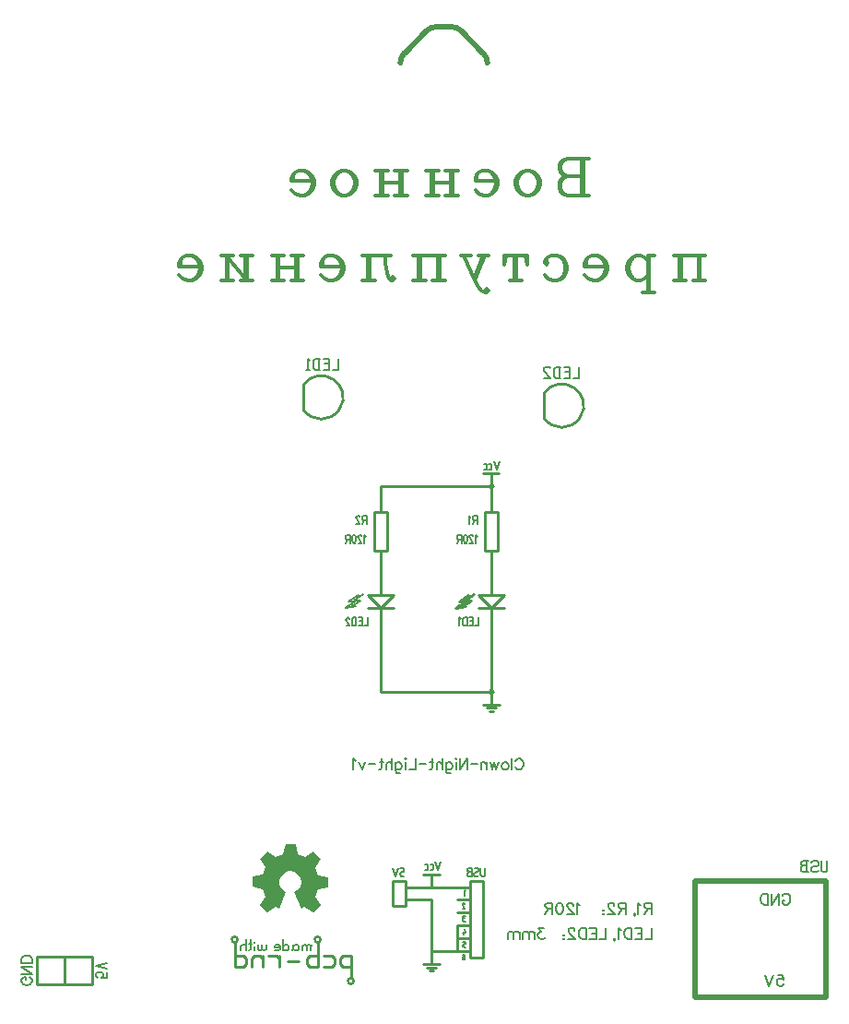
<source format=gbo>
G04 start of page 2 for group 12 layer_idx 5 *
G04 Title: (unknown), bottom_silk *
G04 Creator: pcb-rnd 3.1.4-dev *
G04 CreationDate: 2024-02-11 09:55:08 UTC *
G04 For: STEM4ukraine *
G04 Format: Gerber/RS-274X *
G04 PCB-Dimensions: 334646 393701 *
G04 PCB-Coordinate-Origin: lower left *
%MOIN*%
%FSLAX25Y25*%
%LNBOTTOM_SILK_NONE_12*%
%ADD50C,0.0070*%
%ADD49C,0.0137*%
%ADD48C,0.0200*%
%ADD47C,0.0080*%
%ADD46C,0.0100*%
%ADD45C,0.0001*%
G54D45*G36*
X113305Y57024D02*X114187Y57533D01*
X114908Y58254D01*
X115417Y59136D01*
X115681Y60120D01*
Y61139D01*
X115417Y62124D01*
X114908Y63006D01*
X114187Y63727D01*
X113305Y64236D01*
X112321Y64500D01*
X111302D01*
X110317Y64236D01*
X109435Y63727D01*
X108714Y63006D01*
X108205Y62124D01*
X107941Y61139D01*
Y60120D01*
X108205Y59136D01*
X108714Y58254D01*
X109435Y57533D01*
X110317Y57024D01*
X107882Y51145D01*
X106477Y51752D01*
X103418Y49691D01*
X100728Y52429D01*
X102842Y55451D01*
X101762Y58124D01*
X98141Y58830D01*
X98175Y62668D01*
X101807Y63310D01*
X102933Y65964D01*
X100873Y69023D01*
X103610Y71713D01*
X106633Y69599D01*
X109305Y70679D01*
X110011Y74300D01*
X113849Y74266D01*
X114492Y70634D01*
X117145Y69507D01*
X120204Y71568D01*
X122894Y68831D01*
X120780Y65808D01*
X121860Y63135D01*
X125481Y62430D01*
X125447Y58592D01*
X121815Y57949D01*
X120689Y55296D01*
X122750Y52237D01*
X120012Y49547D01*
X116989Y51661D01*
X115740Y51145D01*
X113305Y57024D01*
G37*
G54D46*X176710Y61151D02*X181360D01*
G54D47*X174680Y57701D02*X175100Y57281D01*
X174680Y57701D02*Y55721D01*
X174530Y53051D02*X174350Y53021D01*
X174200Y52931D01*
G54D46*X172090Y54161D02*X176710D01*
G54D47*X174980Y52751D02*X174920Y52871D01*
X174800Y52961D01*
X174680Y53021D02*X174530Y53051D01*
X174200Y52931D02*X174110Y52781D01*
X174800Y52961D02*X174680Y53021D01*
X174110Y52781D02*X174080Y52601D01*
X174140Y52361D01*
X174110Y51071D02*X174950D01*
X174140Y52361D02*X174950Y51071D01*
X174590Y48401D02*X175100D01*
X174620Y47531D02*X174470Y47501D01*
X174320Y47381D01*
X174230Y47261D01*
X174590Y47531D02*X174890D01*
X174200Y47081D02*Y46901D01*
X174230Y46721D01*
Y47261D02*X174200Y47081D01*
X174230Y46721D02*X174350Y46571D01*
X174200Y48011D02*X174230Y47831D01*
X174350Y47681D01*
X174500Y47561D01*
X174710Y47531D01*
X174350Y46571D02*X174500Y46481D01*
X174590Y48401D02*X174440Y48371D01*
X174680Y46451D02*X175100D01*
X174500Y46481D02*X174680Y46451D01*
X175100Y42221D02*X174680Y43781D01*
X174350Y42671D02*Y41801D01*
X175100Y39131D02*Y38231D01*
X174680D02*X175100D01*
X174680D02*X174500Y38201D01*
X174350Y38111D01*
Y37271D02*X174500Y37181D01*
X174680Y37151D01*
G54D46*X176710Y61151D02*Y33281D01*
G54D47*X174680Y37151D02*X175100D01*
X174470Y33581D02*X174980D01*
Y33731D02*X174920Y34001D01*
X174800Y34241D01*
X174590Y34391D01*
X174320Y34481D01*
X174470Y33581D02*X174320Y33551D01*
X174200Y33461D01*
Y37781D02*Y37601D01*
X174230Y37961D02*X174200Y37781D01*
Y37601D02*X174230Y37421D01*
X174350Y37271D01*
Y38111D02*X174230Y37961D01*
X174440Y48371D02*X174320Y48311D01*
X174230Y48161D01*
X174200Y48011D01*
Y39131D02*X175100D01*
X174200Y33461D02*X174110Y33341D01*
X174020Y42221D02*X175100D01*
X174110Y33341D02*X174080Y33191D01*
G54D48*X258220Y19134D02*Y60866D01*
X305622Y19134D02*Y60866D01*
X258220D02*X305622D01*
Y19134D02*X258220D01*
G54D46*X181360Y61151D02*Y33281D01*
X172090Y49541D02*X176710D01*
X172090Y44891D02*X176710D01*
X172090Y40241D02*X176710D01*
X172090Y44891D02*Y35591D01*
X161050Y29801D02*X164530D01*
X162790Y54161D02*Y30941D01*
X162220Y28631D02*X163360D01*
X162790Y35591D02*X176710D01*
G54D47*X174080Y33191D02*Y32891D01*
X174860Y32621D02*X174950Y32741D01*
X174980Y32891D01*
X174320Y32531D02*X174470Y32501D01*
X174590D02*X174740Y32531D01*
X174860Y32621D01*
X174080Y32891D02*X174110Y32741D01*
X174200Y32621D01*
X174320Y32531D01*
G54D46*X176710Y33281D02*X181360D01*
G54D47*X174980Y33731D02*Y32891D01*
X174470Y32501D02*X174590D01*
G54D48*X164669Y369685D02*X169976D01*
X173512Y368221D02*X181606Y360126D01*
X161134Y368221D02*X153039Y360126D01*
G54D47*X165190Y64961D02*X164110Y67931D01*
X163390Y66581D02*Y65321D01*
X162400Y66941D02*X163030D01*
X163255Y66851D02*X163030Y66941D01*
Y64961D02*X163255Y65051D01*
X163390Y65321D01*
X160645Y66941D02*X161275D01*
X161635Y66581D02*X161545Y66851D01*
X161275Y66941D01*
X160645Y64961D02*X161275D01*
X161635Y66581D02*Y65321D01*
X161275Y64961D02*X161545Y65051D01*
X161635Y65321D01*
X165190Y64961D02*X166225Y67931D01*
X163390Y66581D02*X163255Y66851D01*
G54D46*X159880Y30941D02*X165700D01*
G54D47*X162400Y64961D02*X163030D01*
X152805Y65676D02*Y64326D01*
X181360Y62701D02*X181630D01*
X181090Y62791D02*X181360Y62701D01*
X181540D02*X181855Y62791D01*
G54D46*X189047Y164173D02*X184397Y159523D01*
X184010Y129821D02*X184190Y129941D01*
X184400Y129971D01*
X184640Y129941D01*
X184820Y129821D01*
X184397Y159523D02*Y129343D01*
X183830Y129401D02*X183890Y129641D01*
X184010Y129821D01*
X183890Y129191D02*X183830Y129401D01*
X184820Y129821D02*X184940Y129641D01*
X185000Y129401D01*
X184940Y129191D01*
X184400Y128831D02*X184190Y128861D01*
X184010Y128981D01*
X183890Y129191D01*
X184940D02*X184820Y128981D01*
X184640Y128861D01*
X184400Y128831D01*
X182701Y123576D02*X186181D01*
X184441Y128598D02*Y125118D01*
X183871Y122436D02*X185041D01*
X181561Y124746D02*X187351D01*
G54D47*X181855Y62791D02*X182080Y62926D01*
X182260Y63196D01*
X182305Y63466D01*
G54D46*X172787Y160693D02*X171647Y159523D01*
X173327Y160123D02*X171647Y159523D01*
X172787Y161863D02*X176267Y164173D01*
X171647Y159523D02*X175127Y161863D01*
X174707Y161053D02*X173537Y159883D01*
X175247Y160483D02*X173537Y159883D01*
X172787Y161863D02*X175127D01*
X173537Y159883D02*X177017Y162223D01*
X174707D02*X177017D01*
X174707D02*X178187Y164533D01*
X179747Y164173D02*X189047D01*
X184397Y159523D02*X179747Y164173D01*
G54D47*X177836Y156186D02*Y153216D01*
X176576Y156186D02*X177836D01*
X176576Y153216D02*X177836D01*
X176846Y154836D02*X177836D01*
G54D46*X179747Y159523D02*X189047D01*
G54D47*X179861Y156186D02*Y153216D01*
X178601D02*X179861D01*
X174776Y156186D02*X175811D01*
X174776D02*X174551Y156141D01*
X174371Y156006D01*
X174236Y155826D01*
X172796Y156186D02*X173426Y155556D01*
X174776Y153216D02*X175811D01*
X174551Y153261D02*X174776Y153216D01*
G54D46*X144489Y129373D02*X184465D01*
G54D47*X174191Y155601D02*Y153801D01*
X174236Y153576D01*
X174371Y153396D01*
X174551Y153261D01*
X174236Y155826D02*X174191Y155601D01*
X172796Y156186D02*Y153216D01*
X175811Y156186D02*Y153216D01*
G54D46*X181517Y208303D02*X187307D01*
X183890Y203941D02*X184010Y204121D01*
X184190Y204241D01*
X184400Y204271D02*X184640Y204241D01*
X184820Y204121D01*
X184940Y203941D01*
X144489Y203673D02*X184465D01*
X183830Y203701D02*X183890Y203941D01*
X184190Y204241D02*X184400Y204271D01*
X184010Y203281D02*X183890Y203491D01*
X183830Y203701D01*
X184397Y208303D02*Y194383D01*
X184400Y203131D02*X184190Y203161D01*
X184010Y203281D01*
X182087Y194383D02*X186737D01*
X184940Y203941D02*X185000Y203701D01*
X184940Y203491D01*
X184820Y203281D01*
X184640Y203161D01*
X184400Y203131D01*
G54D47*X186431Y209626D02*X187466Y212596D01*
G54D46*X203488Y237042D02*Y228360D01*
G54D47*X186431Y209626D02*X185396Y212596D01*
X183641Y209626D02*X184271D01*
X184541Y209716D01*
X181886Y209626D02*X182561D01*
X182786Y209716D01*
X183641Y211606D02*X184271D01*
X184541Y211516D02*X184271Y211606D01*
X182876Y211246D02*Y209986D01*
X181886Y211606D02*X182561D01*
X182876Y211246D02*X182786Y211516D01*
X182561Y211606D01*
X184631Y211246D02*Y209986D01*
Y211246D02*X184541Y211516D01*
Y209716D02*X184631Y209986D01*
X182786Y209716D02*X182876Y209986D01*
X179341Y193018D02*Y190048D01*
X178396Y191398D02*X179341D01*
X178396Y193018D02*X179341D01*
X178711Y186043D02*X179341Y185413D01*
X177946Y185548D02*X177856Y185773D01*
X177676Y185908D01*
X177496Y185998D01*
X177271Y186043D01*
X177001Y185998D01*
G54D46*X182087Y194383D02*Y180433D01*
G54D47*X178711Y186043D02*Y183073D01*
X176641D02*X177946D01*
X176686Y184963D02*X177946Y183073D01*
X177001Y185998D02*X176776Y185818D01*
X176641Y185593D01*
X176596Y185323D01*
X176686Y184963D01*
X174841Y185863D02*X174976Y185998D01*
X174841Y185863D02*X174526Y185278D01*
X172771Y184423D02*X173671D01*
X172771Y186043D02*X173671D01*
X175426Y185863D02*X175336Y185998D01*
X174526Y185278D02*X174436Y184603D01*
X173671Y186043D02*Y183073D01*
X172051Y185323D02*Y185098D01*
X172096Y185593D02*X172051Y185323D01*
Y185098D02*X172096Y184828D01*
X172276Y184603D01*
X172681Y184423D02*X172051Y183073D01*
X172276Y184603D02*X172501Y184468D01*
X172771Y184423D01*
Y186043D02*X172501Y185998D01*
X172276Y185818D01*
X172096Y185593D01*
X174436Y184603D02*Y184513D01*
X175831Y184603D02*Y184513D01*
X175741Y183838D02*X175831Y184513D01*
X174436D02*X174526Y183838D01*
X175831Y184603D02*X175741Y185278D01*
X175426Y185863D01*
X175336Y185998D02*X175156Y186043D01*
X174976Y185998D01*
X174841Y183253D02*X174976Y183118D01*
X175336D02*X175426Y183253D01*
X175741Y183838D01*
X174526D02*X174841Y183253D01*
X174976Y183118D02*X175156Y183073D01*
X175336Y183118D01*
G54D46*X186737Y194383D02*Y180433D01*
X182087D02*X186737D01*
X184397D02*Y164173D01*
G54D47*X177721Y192298D02*Y192073D01*
X177766Y192568D02*X177721Y192298D01*
Y192073D02*X177766Y191803D01*
X177901Y191578D01*
X178351Y191398D02*X177721Y190048D01*
X177901Y191578D02*X178126Y191443D01*
X178396Y191398D01*
Y193018D02*X178126Y192928D01*
X177901Y192793D01*
X177766Y192568D01*
X176326Y193018D02*X176956Y192343D01*
X176326Y193018D02*Y190048D01*
X180640Y65671D02*Y63466D01*
X178660Y65626D02*X178345Y65491D01*
X176545Y65671D02*X177445D01*
X176545D02*X176320Y65626D01*
X176095Y65491D01*
X179020Y65671D02*X178660Y65626D01*
X177445Y65671D02*Y62701D01*
X176635Y64321D02*X177445D01*
X176095Y65491D02*X175960Y65266D01*
X175915Y65041D01*
X179020Y65671D02*X179245D01*
X178525Y63916D02*X178300Y63646D01*
X178165Y63286D01*
X182305Y65671D02*Y63466D01*
X176500Y62701D02*X177445D01*
X176230Y62791D02*X176500Y62701D01*
X175825Y63601D02*Y63376D01*
X175870Y63826D02*X175825Y63511D01*
Y63421D02*X175870Y63151D01*
X176005Y62926D01*
X176230Y62791D01*
X176635Y64321D02*X176320Y64276D01*
X176365Y64411D02*X176635Y64321D01*
X176320Y64276D02*X176050Y64096D01*
X175870Y63826D01*
X175915Y65041D02*X175960Y64771D01*
X176140Y64546D01*
X176365Y64411D01*
X179425Y64366D02*X178525Y63916D01*
X178165Y63286D02*Y63196D01*
X178210Y63016D01*
X178660Y62701D02*X179020D01*
X178210Y63016D02*X178300Y62836D01*
X178480Y62746D01*
X178660Y62701D01*
X179020D02*X179470Y62791D01*
X179830Y63016D01*
X179425Y64366D02*X179740Y64636D01*
X179875Y65041D01*
X179830Y65266D01*
X179695Y65491D01*
X179470Y65626D01*
X179245Y65671D01*
X180640Y63466D02*X180685Y63196D01*
X180865Y62926D01*
X181090Y62791D01*
G54D46*X159880Y63461D02*X165700D01*
X153490Y58811D02*X176710D01*
X162790Y63461D02*Y58811D01*
G54D47*X151500Y65676D02*X152805D01*
X151905Y64281D02*X151680Y64146D01*
X151545Y63921D01*
X152175Y64326D02*X152805D01*
X151500Y63651D02*Y63426D01*
X152175Y64326D02*X151905Y64281D01*
X151545Y63921D02*X151500Y63651D01*
X149700Y62706D02*X150735Y65676D01*
X149700Y62706D02*X148665Y65676D01*
G54D46*X142209Y194383D02*X146859D01*
X144519Y203653D02*Y194383D01*
Y159523D02*Y129343D01*
Y180433D02*Y164173D01*
G54D47*X138441Y193018D02*X139341D01*
X137721Y192298D02*Y192073D01*
X138441Y193018D02*X138126Y192928D01*
X137946Y192793D02*X137766Y192568D01*
X137721Y192298D01*
X138126Y192928D02*X137946Y192793D01*
X137721Y192073D02*X137766Y191803D01*
X137946Y191578D01*
X139341Y193018D02*Y190048D01*
X138441Y191398D02*X139341D01*
X138351D02*X137721Y190048D01*
X137946Y191578D02*X138126Y191443D01*
X138441Y191398D01*
X135651Y190048D02*X136956D01*
X135696Y191938D02*X136956Y190048D01*
Y192523D02*X136866Y192703D01*
X136326Y193018D02*X136056Y192928D01*
X135831Y192793D01*
X135651Y192568D01*
X135606Y192298D01*
X136866Y192703D02*X136731Y192883D01*
X136506Y192973D01*
X136326Y193018D01*
X135606Y192298D02*X135696Y191938D01*
G54D46*X116488Y240042D02*Y231360D01*
G54D47*X137633Y185528D02*X137543Y185753D01*
X137408Y185888D01*
X137228Y185978D01*
X137003Y186023D01*
X136733Y185978D01*
X136508Y185798D01*
G54D46*X142209Y194383D02*Y180433D01*
G54D47*X138398Y186023D02*X139028Y185393D01*
X136373Y183053D02*X137633D01*
X136373Y184943D02*X137633Y183053D01*
X136508Y185798D02*X136373Y185573D01*
X136283Y185303D01*
X136418Y184943D01*
X134573Y185843D02*X134663Y185978D01*
X134573Y185843D02*X134258Y185258D01*
X132458Y184403D02*X133403D01*
X132458Y186023D02*X133403D01*
X135113Y185843D02*X135023Y185978D01*
X134258Y185258D02*X134168Y184583D01*
X133403Y186023D02*Y183053D01*
X131783Y185303D02*Y185078D01*
X131828Y185573D02*X131783Y185303D01*
Y185078D02*X131828Y184808D01*
X131963Y184583D01*
X132413Y184403D02*X131783Y183053D01*
X131963Y184583D02*X132188Y184448D01*
X132458Y184403D01*
Y186023D02*X132188Y185978D01*
X131963Y185798D01*
X131828Y185573D01*
X134168Y184583D02*Y184493D01*
X135563Y184583D02*Y184493D01*
X135428Y183818D02*X135563Y184493D01*
X134168D02*X134258Y183818D01*
X135563Y184583D02*X135428Y185258D01*
X135113Y185843D01*
X135023Y185978D02*X134843Y186023D01*
X134663Y185978D01*
X134573Y183233D02*X134663Y183098D01*
X135023D02*X135113Y183233D01*
X135428Y183818D01*
X134258D02*X134573Y183233D01*
X134663Y183098D02*X134843Y183053D01*
X135023Y183098D01*
G54D46*X146859Y194383D02*Y180433D01*
X142209D02*X146859D01*
G54D47*X138398Y186023D02*Y183053D01*
X135339Y160483D02*X133659Y159883D01*
X134799Y162223D02*X137139D01*
X134799Y161053D02*X133659Y159883D01*
X137139Y162223D01*
G54D46*X149169Y164173D02*X144519Y159523D01*
X139869Y164173D02*X149169D01*
X139869Y159523D02*X149169D01*
X144519D02*X139869Y164173D01*
G54D47*X131739Y159523D02*X135219Y161863D01*
X132909D02*X135219D01*
X132909Y160693D02*X131739Y159523D01*
X133419Y160123D02*X131739Y159523D01*
X132909Y161863D02*X136389Y164173D01*
X134799Y162223D02*X138279Y164533D01*
X137725Y156196D02*Y153226D01*
X136420Y156196D02*X137725D01*
X136735Y154846D02*X137725D01*
X134620Y156196D02*X135655D01*
X134620Y153226D02*X135655D01*
Y156196D02*Y153226D01*
X134620Y156196D02*X134395Y156151D01*
X139750Y156196D02*Y153226D01*
X138445D02*X139750D01*
X136420D02*X137725D01*
X134395Y156151D02*X134215Y156016D01*
X134080Y155836D01*
X134035Y155611D01*
Y153811D01*
X134080Y153586D01*
X134215Y153406D01*
X132055Y155116D02*X133270Y153226D01*
Y155701D02*X133180Y155926D01*
X133045Y156061D01*
X132865Y156151D01*
X132370D02*X132145Y155971D01*
X131920Y155476D02*X132055Y155116D01*
X134215Y153406D02*X134395Y153271D01*
X134620Y153226D01*
X132010D02*X133270D01*
X132865Y156151D02*X132640Y156196D01*
X132370Y156151D01*
X132145Y155971D02*X132010Y155746D01*
X131920Y155476D01*
G54D46*X148870Y61151D02*X153490D01*
G54D47*X151500Y63426D02*X151545Y63156D01*
X151680Y62931D01*
X151905Y62796D01*
X152175Y62706D01*
G54D46*X153490Y61151D02*Y51851D01*
X148870Y61151D02*Y51851D01*
G54D47*X152175Y62706D02*X152805D01*
G54D46*X95681Y30843D02*X94681Y29843D01*
X95681Y32843D02*X94681Y33843D01*
X91681D02*X94681D01*
X91681Y29843D02*Y38843D01*
X94681Y29843D02*X91681D01*
X95681Y32843D02*Y30843D01*
X148870Y51851D02*X153490D01*
Y54161D02*X162790D01*
X40000Y23701D02*X20000D01*
Y33701D02*Y23701D01*
Y33701D02*X40000D01*
X30000Y23701D02*Y33701D01*
X40000D02*X30000D01*
X97681Y32843D02*X98681Y33843D01*
X40000Y23701D02*Y33701D01*
X97681Y32843D02*Y29843D01*
X106681Y33843D02*X103681D01*
X107681Y32843D02*X106681Y33843D01*
X107681D02*Y29843D01*
X117681Y30843D02*X118681Y29843D01*
Y33843D02*X117681Y32843D01*
Y30843D02*Y32843D01*
X114681Y31843D02*X110681D01*
X130681Y33843D02*X129681Y32843D01*
X127681D02*X126681Y33843D01*
X127681Y32843D02*Y30843D01*
X130681Y29843D02*X129681Y30843D01*
X127681D02*X126681Y29843D01*
X129681Y32843D02*Y30843D01*
X130681Y29843D02*X133681D01*
Y33843D02*X130681D01*
X133681D02*Y25843D01*
X118681Y33843D02*X121681D01*
X126681D02*X123681D01*
X121681Y29843D02*X118681D01*
X126681D02*X123681D01*
X121681Y38843D02*Y29843D01*
X100681Y33843D02*X98681D01*
X101681Y32843D02*X100681Y33843D01*
X101681D02*Y29843D01*
G54D48*X164669Y369685D02*G75*G03X161134Y368221I0J-5000D01*G01*
X169976Y369685D02*G75*G02X173512Y368221I0J-5000D01*G01*
X153039Y360126D02*G75*G03X151575Y356590I3536J-3536D01*G01*
X181606Y360126D02*G75*G02X183071Y356590I-3536J-3536D01*G01*
G54D46*X92681Y39843D02*G75*G02X90681Y39843I-1000J0D01*G01*
G75*G02X92681Y39843I1000J0D01*G01*
X122681D02*G75*G02X120681Y39843I-1000J0D01*G01*
G75*G02X122681Y39843I1000J0D01*G01*
X134681Y24843D02*G75*G02X132681Y24843I-1000J0D01*G01*
G75*G02X134681Y24843I1000J0D01*G01*
X116488Y240042D02*G75*G02X129512Y231360I6512J-4341D01*G01*
X129512Y231360D02*G75*G02X116488Y231360I-6512J4341D01*G01*
X203488Y237042D02*G75*G02X216512Y228360I6512J-4341D01*G01*
X216512Y228360D02*G75*G02X203488Y228360I-6512J4341D01*G01*
G54D49*X217853Y322056D02*Y308780D01*
X217221Y322056D02*Y308780D01*
X219752Y322056D02*X212166D01*
X210271Y321424D01*
X209635Y320792D01*
X209004Y319528D01*
Y318261D01*
X209635Y316997D01*
X210271Y316365D01*
X212166Y315734D01*
Y322056D02*X210903Y321424D01*
X210271Y320792D01*
X209635Y319528D01*
Y318261D01*
X210271Y316997D01*
X210903Y316365D01*
X212166Y315734D01*
X217221D02*X212166D01*
X210271Y315102D01*
X209635Y314470D01*
X209004Y313206D01*
Y311311D01*
X209635Y310044D01*
X210271Y309412D01*
X212166Y308780D01*
X219752D01*
X212166Y315734D02*X210903Y315102D01*
X210271Y314470D01*
X209635Y313206D01*
Y311311D01*
X210271Y310044D01*
X210903Y309412D01*
X212166Y308780D01*
X198255Y317629D02*X200151Y316997D01*
X201414Y315734D01*
X202050Y313838D01*
Y312575D01*
X201414Y310679D01*
X200151Y309412D01*
X198255Y308780D01*
X196992D01*
X195096Y309412D01*
X193833Y310679D01*
X193197Y312575D01*
Y313838D01*
X193833Y315734D01*
X195096Y316997D01*
X196992Y317629D01*
X198255D01*
X199519Y316997D01*
X200782Y315734D01*
X201414Y313838D01*
Y312575D01*
X200782Y310679D01*
X199519Y309412D01*
X198255Y308780D01*
X196992D02*X195728Y309412D01*
X194464Y310679D01*
X193833Y312575D01*
Y313838D01*
X194464Y315734D01*
X195728Y316997D01*
X196992Y317629D01*
X186239Y313838D02*X178658D01*
Y315102D01*
X179289Y316365D01*
X179921Y316997D01*
X181185Y317629D01*
X183080D01*
X184976Y316997D01*
X186239Y315734D01*
X186875Y313838D01*
Y312575D01*
X186239Y310679D01*
X184976Y309412D01*
X183080Y308780D01*
X181817D01*
X179921Y309412D01*
X178658Y310679D01*
X179289Y313838D02*Y315734D01*
X179921Y316997D01*
X183080Y317629D02*X184344Y316997D01*
X185607Y315734D01*
X186239Y313838D01*
Y312575D01*
X185607Y310679D01*
X184344Y309412D01*
X183080Y308780D01*
X170436Y317629D02*Y308780D01*
X169805Y317629D02*Y308780D01*
X163487Y317629D02*Y308780D01*
X162855Y317629D02*Y308780D01*
X172336Y317629D02*X167909D01*
X165382D02*X160956D01*
X169805Y313206D02*X163487D01*
X172336Y308780D02*X167909D01*
X165382D02*X160956D01*
X152103Y317629D02*Y308780D01*
X151471Y317629D02*Y308780D01*
X145153Y317629D02*Y308780D01*
X144521Y317629D02*Y308780D01*
X154002Y317629D02*X149575D01*
X147048D02*X142622D01*
X151471Y313206D02*X145153D01*
X154002Y308780D02*X149575D01*
X147048D02*X142622D01*
X131873Y317629D02*X133769Y316997D01*
X135032Y315734D01*
X135668Y313838D01*
Y312575D01*
X135032Y310679D01*
X133769Y309412D01*
X131873Y308780D01*
X130610D01*
X128714Y309412D01*
X127451Y310679D01*
X126815Y312575D01*
Y313838D01*
X127451Y315734D01*
X128714Y316997D01*
X130610Y317629D01*
X131873D01*
X133137Y316997D01*
X134400Y315734D01*
X135032Y313838D01*
Y312575D01*
X134400Y310679D01*
X133137Y309412D01*
X131873Y308780D01*
X130610D02*X129346Y309412D01*
X128082Y310679D01*
X127451Y312575D01*
Y313838D01*
X128082Y315734D01*
X129346Y316997D01*
X130610Y317629D01*
X119857Y313838D02*X112276D01*
Y315102D01*
X112907Y316365D01*
X113539Y316997D01*
X114803Y317629D01*
X116698D01*
X118594Y316997D01*
X119857Y315734D01*
X120493Y313838D01*
Y312575D01*
X119857Y310679D01*
X118594Y309412D01*
X116698Y308780D01*
X115435D01*
X113539Y309412D01*
X112276Y310679D01*
X112907Y313838D02*Y315734D01*
X113539Y316997D01*
X116698Y317629D02*X117962Y316997D01*
X119225Y315734D01*
X119857Y313838D01*
Y312575D01*
X119225Y310679D01*
X117962Y309412D01*
X116698Y308780D01*
X259979Y286920D02*Y278071D01*
X259347Y286920D02*Y278071D01*
X253029Y286920D02*Y278071D01*
X252397Y286920D02*Y278071D01*
X261878Y286920D02*X250498D01*
X261878Y278071D02*X257451D01*
X254924D02*X250498D01*
X241645Y286920D02*Y273645D01*
X241013Y286920D02*Y273645D01*
Y285025D02*X239749Y286289D01*
X238486Y286920D01*
X237222D01*
X235327Y286289D01*
X234063Y285025D01*
X233427Y283130D01*
Y281866D01*
X234063Y279971D01*
X235327Y278703D01*
X237222Y278071D01*
X238486D01*
X239749Y278703D01*
X241013Y279971D01*
X237222Y286920D02*X235959Y286289D01*
X234695Y285025D01*
X234063Y283130D01*
Y281866D01*
X234695Y279971D01*
X235959Y278703D01*
X237222Y278071D01*
X243544Y286920D02*X241013D01*
X243544Y273645D02*X239118D01*
X225838Y283130D02*X218256D01*
Y284393D01*
X218888Y285657D01*
X219520Y286289D01*
X220784Y286920D01*
X222679D01*
X224574Y286289D01*
X225838Y285025D01*
X226474Y283130D01*
Y281866D01*
X225838Y279971D01*
X224574Y278703D01*
X222679Y278071D01*
X221415D01*
X219520Y278703D01*
X218256Y279971D01*
X218888Y283130D02*Y285025D01*
X219520Y286289D01*
X222679Y286920D02*X223943Y286289D01*
X225206Y285025D01*
X225838Y283130D01*
Y281866D01*
X225206Y279971D01*
X223943Y278703D01*
X222679Y278071D01*
X204349Y285025D02*X204981Y284393D01*
X204349Y283761D01*
X203717Y284393D01*
Y285025D01*
X204981Y286289D01*
X206244Y286920D01*
X208140D01*
X210035Y286289D01*
X211299Y285025D01*
X211935Y283130D01*
Y281866D01*
X211299Y279971D01*
X210035Y278703D01*
X208140Y278071D01*
X206876D01*
X204981Y278703D01*
X203717Y279971D01*
X208140Y286920D02*X209403Y286289D01*
X210667Y285025D01*
X211299Y283130D01*
Y281866D01*
X210667Y279971D01*
X209403Y278703D01*
X208140Y278071D01*
X193604Y286920D02*Y278071D01*
X192973Y286920D02*Y278071D01*
X196763Y286920D02*X197395Y283761D01*
Y286920D01*
X189178D01*
Y283761D01*
X189814Y286920D01*
X195500Y278071D02*X191077D01*
X182220Y286920D02*X178430Y278071D01*
X181589Y286920D02*X178430Y279335D01*
X174639Y286920D02*X178430Y278071D01*
X179693Y275540D01*
X180957Y274277D01*
X182220Y273645D01*
X182856D01*
X183488Y274277D01*
X182856Y274908D01*
X182220Y274277D01*
X183488Y286920D02*X179693D01*
X177166D02*X173371D01*
X165782D02*Y278071D01*
X165150Y286920D02*Y278071D01*
X158832Y286920D02*Y278071D01*
X158200Y286920D02*Y278071D01*
X167681Y286920D02*X156301D01*
X167681Y278071D02*X163255D01*
X160727D02*X156301D01*
X146184Y286920D02*Y284393D01*
X146816Y280602D01*
X147448Y278703D01*
X148084Y278071D01*
X148715D01*
X149347Y278703D01*
X148715Y279335D01*
X148084Y278703D01*
X140498Y286920D02*Y278071D01*
X139866Y286920D02*Y278071D01*
X148084Y286920D02*X137967D01*
X142394Y278071D02*X137967D01*
X130378Y283130D02*X122796D01*
Y284393D01*
X123428Y285657D01*
X124060Y286289D01*
X125323Y286920D01*
X127219D01*
X129114Y286289D01*
X130378Y285025D01*
X131013Y283130D01*
Y281866D01*
X130378Y279971D01*
X129114Y278703D01*
X127219Y278071D01*
X125955D01*
X124060Y278703D01*
X122796Y279971D01*
X123428Y283130D02*Y285025D01*
X124060Y286289D01*
X127219Y286920D02*X128482Y286289D01*
X129746Y285025D01*
X130378Y283130D01*
Y281866D01*
X129746Y279971D01*
X128482Y278703D01*
X127219Y278071D01*
X114575Y286920D02*Y278071D01*
X113943Y286920D02*Y278071D01*
X107625Y286920D02*Y278071D01*
X106993Y286920D02*Y278071D01*
X116474Y286920D02*X112048D01*
X109520D02*X105094D01*
X113943Y282498D02*X107625D01*
X116474Y278071D02*X112048D01*
X109520D02*X105094D01*
X96241Y286920D02*Y278071D01*
X95609Y286920D02*Y278071D01*
X89291Y286920D02*Y278071D01*
X88659Y286920D02*Y278071D01*
X98140Y286920D02*X93714D01*
X91186D02*X86760D01*
X98140Y278071D02*X93714D01*
X91186D02*X86760D01*
X89291Y286289D02*X95609Y278703D01*
X79171Y283130D02*X71589D01*
Y284393D01*
X72221Y285657D01*
X72853Y286289D01*
X74116Y286920D01*
X76012D01*
X77907Y286289D01*
X79171Y285025D01*
X79806Y283130D01*
Y281866D01*
X79171Y279971D01*
X77907Y278703D01*
X76012Y278071D01*
X74748D01*
X72853Y278703D01*
X71589Y279971D01*
X72221Y283130D02*Y285025D01*
X72853Y286289D01*
X76012Y286920D02*X77275Y286289D01*
X78539Y285025D01*
X79171Y283130D01*
Y281866D01*
X78539Y279971D01*
X77275Y278703D01*
X76012Y278071D01*
G54D50*X119181Y37343D02*Y35843D01*
Y37343D02*X118681Y37843D01*
X118181D01*
X117681Y37343D01*
Y35843D01*
Y37343D02*X117181Y37843D01*
X116681D01*
X116181Y37343D01*
Y35843D01*
X119681Y37843D02*X119181Y37343D01*
X113481Y37843D02*X112981Y37343D01*
X114481Y37843D02*X113481D01*
X114981Y37343D02*X114481Y37843D01*
X114981Y37343D02*Y36343D01*
X114481Y35843D01*
X112981Y37843D02*Y36343D01*
X112481Y35843D01*
X114481D02*X113481D01*
X112981Y36343D01*
X109281Y39843D02*Y35843D01*
X109781D02*X109281Y36343D01*
X110781Y35843D02*X109781D01*
X111281Y36343D02*X110781Y35843D01*
X111281Y37343D02*Y36343D01*
Y37343D02*X110781Y37843D01*
X109781D01*
X109281Y37343D01*
X107581Y35843D02*X106081D01*
X108081Y36343D02*X107581Y35843D01*
X108081Y37343D02*Y36343D01*
Y37343D02*X107581Y37843D01*
X106581D01*
X106081Y37343D01*
X108081Y36843D02*X106081D01*
Y37343D01*
X103081Y37843D02*Y36343D01*
X102581Y35843D01*
X102081D01*
X101581Y36343D01*
Y37843D02*Y36343D01*
X101081Y35843D01*
X100581D01*
X100081Y36343D01*
Y37843D02*Y36343D01*
X98881Y38843D02*Y38743D01*
Y37343D02*Y35843D01*
X97381Y39843D02*Y36343D01*
X96881Y35843D01*
X97881Y38343D02*X96881D01*
X95881Y39843D02*Y35843D01*
Y37343D02*X95381Y37843D01*
X94381D01*
X93881Y37343D01*
Y35843D01*
X216000Y246701D02*Y242701D01*
X214000D01*
X212800Y244901D02*X211300D01*
X212800Y242701D02*X210800D01*
X212800Y246701D02*Y242701D01*
Y246701D02*X210800D01*
X209100D02*Y242701D01*
X207800Y246701D02*X207100Y246001D01*
Y243401D01*
X207800Y242701D02*X207100Y243401D01*
X209600Y242701D02*X207800D01*
X209600Y246701D02*X207800D01*
X205900Y246201D02*X205400Y246701D01*
X203900D01*
X203400Y246201D01*
Y245201D01*
X205900Y242701D02*X203400Y245201D01*
X205900Y242701D02*X203400D01*
X129000Y249701D02*Y245701D01*
X127000D01*
X125800Y247901D02*X124300D01*
X125800Y245701D02*X123800D01*
X125800Y249701D02*Y245701D01*
Y249701D02*X123800D01*
X122100D02*Y245701D01*
X120800Y249701D02*X120100Y249001D01*
Y246401D01*
X120800Y245701D02*X120100Y246401D01*
X122600Y245701D02*X120800D01*
X122600Y249701D02*X120800D01*
X118900Y248901D02*X118100Y249701D01*
Y245701D01*
X118900D02*X117400D01*
X17536Y26282D02*X17916Y26091D01*
X18297Y25711D01*
X18488Y25330D01*
Y24568D01*
X18297Y24187D01*
X17916Y23806D01*
X17536Y23616D01*
X16964Y23425D01*
X16011D01*
X15440Y23616D01*
X15059Y23806D01*
X14679Y24187D01*
X14488Y24568D01*
Y25330D01*
X14679Y25711D01*
X15059Y26091D01*
X15440Y26282D01*
X16011D01*
Y25330D02*Y26282D01*
X18488Y27482D02*X14488D01*
X18488D02*X14488Y30148D01*
X18488D02*X14488D01*
X18488Y31348D02*X14488D01*
X18488D02*Y32682D01*
X18297Y33253D01*
X17916Y33634D01*
X17536Y33824D01*
X16964Y34014D01*
X16011D01*
X15440Y33824D01*
X15059Y33634D01*
X14679Y33253D01*
X14488Y32682D01*
Y31348D01*
X193143Y104249D02*X193334Y104629D01*
X193715Y105010D01*
X194095Y105201D01*
X194858D01*
X195238Y105010D01*
X195620Y104629D01*
X195810Y104249D01*
X196000Y103677D01*
Y102724D01*
X195810Y102153D01*
X195620Y101772D01*
X195238Y101392D01*
X194858Y101201D01*
X194095D01*
X193715Y101392D01*
X193334Y101772D01*
X193143Y102153D01*
X191943Y105201D02*Y101201D01*
X189791Y103868D02*X190173Y103679D01*
X190554Y103298D01*
X190743Y102727D01*
Y102345D01*
X190554Y101774D01*
X190173Y101393D01*
X189791Y101202D01*
X189220D01*
X188839Y101393D01*
X188459Y101774D01*
X188268Y102345D01*
Y102727D01*
X188459Y103298D01*
X188839Y103679D01*
X189220Y103868D01*
X189791D01*
X187068D02*X186307Y101202D01*
X185545Y103868D02*X186307Y101202D01*
X185545Y103868D02*X184782Y101202D01*
X184021Y103868D02*X184782Y101202D01*
X182821Y103868D02*Y101202D01*
Y103107D02*X182249Y103679D01*
X181869Y103868D01*
X181297D01*
X180917Y103679D01*
X180726Y103107D01*
Y101202D01*
X179526Y103201D02*X177026D01*
X175826Y105201D02*Y101201D01*
Y105201D02*X173160Y101201D01*
Y105201D02*Y101201D01*
X171770Y103877D02*Y101211D01*
X171960Y105211D02*X171770Y105020D01*
X171579Y105211D01*
X171770Y105401D01*
X171960Y105211D01*
X168093Y103868D02*Y100822D01*
X168284Y100250D01*
X168475Y100059D01*
X168855Y99870D01*
X169427D01*
X169807Y100059D01*
X168093Y103298D02*X168475Y103679D01*
X168855Y103868D01*
X169427D01*
X169807Y103679D01*
X170189Y103298D01*
X170379Y102727D01*
Y102345D01*
X170189Y101774D01*
X169807Y101393D01*
X169427Y101202D01*
X168855D01*
X168475Y101393D01*
X168093Y101774D01*
X166893Y105201D02*Y101201D01*
Y103106D02*X166323Y103678D01*
X165941Y103868D01*
X165370D01*
X164989Y103678D01*
X164798Y103106D01*
Y101201D01*
X163026Y105201D02*Y101963D01*
X162837Y101392D01*
X162455Y101201D01*
X162074D01*
X163598Y103868D02*X162265D01*
X160874Y103201D02*X158374D01*
X157174Y105201D02*Y101201D01*
X154889D01*
X153499Y103877D02*Y101211D01*
X153689Y105211D02*X153499Y105020D01*
X153308Y105211D01*
X153499Y105401D01*
X153689Y105211D01*
X149822Y103868D02*Y100822D01*
X150013Y100250D01*
X150204Y100059D01*
X150584Y99870D01*
X151156D01*
X151536Y100059D01*
X149822Y103298D02*X150204Y103679D01*
X150584Y103868D01*
X151156D01*
X151536Y103679D01*
X151918Y103298D01*
X152108Y102727D01*
Y102345D01*
X151918Y101774D01*
X151536Y101393D01*
X151156Y101202D01*
X150584D01*
X150204Y101393D01*
X149822Y101774D01*
X148622Y105201D02*Y101201D01*
Y103106D02*X148052Y103678D01*
X147670Y103868D01*
X147099D01*
X146718Y103678D01*
X146527Y103106D01*
Y101201D01*
X144755Y105201D02*Y101963D01*
X144566Y101392D01*
X144184Y101201D01*
X143803D01*
X145327Y103868D02*X143994D01*
X142603Y103201D02*X140103D01*
X138903Y103868D02*X137761Y101202D01*
X136619Y103868D02*X137761Y101202D01*
X135419Y104440D02*X135039Y104630D01*
X134467Y105201D01*
Y101201D01*
X242406Y44035D02*Y40035D01*
X240121D01*
X238921Y44035D02*Y40035D01*
Y44035D02*X236445D01*
X238921Y42130D02*X237398D01*
X238921Y40035D02*X236445D01*
X235245Y44035D02*Y40035D01*
Y44035D02*X233911D01*
X233340Y43844D01*
X232959Y43463D01*
X232769Y43083D01*
X232579Y42511D01*
Y41558D01*
X232769Y40987D01*
X232959Y40606D01*
X233340Y40226D01*
X233911Y40035D01*
X235245D01*
X231378Y43274D02*X230998Y43464D01*
X230426Y44035D01*
Y40035D01*
X228845Y40144D02*X229035Y39955D01*
X229226Y40144D01*
X229035Y40335D01*
X228845Y40144D01*
Y39764D01*
X229226Y39383D01*
X225845Y44035D02*Y40035D01*
X223560D01*
X222360Y44035D02*Y40035D01*
Y44035D02*X219884D01*
X222360Y42130D02*X220837D01*
X222360Y40035D02*X219884D01*
X218684Y44035D02*Y40035D01*
Y44035D02*X217350D01*
X216779Y43844D01*
X216398Y43463D01*
X216208Y43083D01*
X216018Y42511D01*
Y41558D01*
X216208Y40987D01*
X216398Y40606D01*
X216779Y40226D01*
X217350Y40035D01*
X218684D01*
X214628Y43083D02*Y43274D01*
X214437Y43654D01*
X214248Y43845D01*
X213866Y44035D01*
X213105D01*
X212723Y43845D01*
X212533Y43654D01*
X212343Y43274D01*
Y42892D01*
X212533Y42511D01*
X212914Y41940D01*
X214818Y40035D01*
X212152D01*
X210762Y41635D02*X210952Y41444D01*
X210762Y41254D01*
X210572Y41444D01*
X210762Y41635D01*
Y40301D02*X210952Y40110D01*
X210762Y39921D01*
X210572Y40110D01*
X210762Y40301D01*
X203592Y44035D02*X201497D01*
X202640Y42511D01*
X202068D01*
X201688Y42322D01*
X201497Y42131D01*
X201306Y41559D01*
Y41179D01*
X201497Y40607D01*
X201877Y40226D01*
X202449Y40035D01*
X203020D01*
X203592Y40226D01*
X203782Y40417D01*
X203972Y40797D01*
X200106Y42702D02*Y40036D01*
Y41941D02*X199536Y42513D01*
X199154Y42702D01*
X198583D01*
X198202Y42513D01*
X198012Y41941D01*
Y40036D01*
Y41941D02*X197440Y42513D01*
X197060Y42702D01*
X196488D01*
X196108Y42513D01*
X195917Y41941D01*
Y40036D01*
X194717Y42702D02*Y40036D01*
Y41941D02*X194147Y42513D01*
X193765Y42702D01*
X193194D01*
X192813Y42513D01*
X192623Y41941D01*
Y40036D01*
Y41941D02*X192051Y42513D01*
X191671Y42702D01*
X191099D01*
X190719Y42513D01*
X190528Y41941D01*
Y40036D01*
X45562Y26137D02*Y28137D01*
Y26137D02*X43562D01*
X44062Y26637D01*
Y27637D01*
X43562Y28137D01*
X42062D01*
X41562Y27637D02*X42062Y28137D01*
X41562Y26637D02*Y27637D01*
X42062Y26137D02*X41562Y26637D01*
X45562Y29337D02*X41562Y30337D01*
X45562Y31337D01*
X242406Y53035D02*Y49035D01*
Y53035D02*X240692D01*
X240121Y52844D01*
X239930Y52654D01*
X239740Y52273D01*
Y51892D01*
X239930Y51511D01*
X240121Y51321D01*
X240692Y51130D01*
X242406D01*
X241073D02*X239740Y49035D01*
X238540Y52274D02*X238160Y52464D01*
X237588Y53035D01*
Y49035D01*
X236007Y49144D02*X236197Y48955D01*
X236388Y49144D01*
X236197Y49335D01*
X236007Y49144D01*
Y48764D01*
X236388Y48383D01*
X233006Y53035D02*Y49035D01*
Y53035D02*X231293D01*
X230722Y52844D01*
X230530Y52654D01*
X230341Y52273D01*
Y51892D01*
X230530Y51511D01*
X230722Y51321D01*
X231293Y51130D01*
X233006D01*
X231674D02*X230341Y49035D01*
X228950Y52083D02*Y52274D01*
X228759Y52654D01*
X228570Y52845D01*
X228188Y53035D01*
X227427D01*
X227045Y52845D01*
X226855Y52654D01*
X226665Y52274D01*
Y51892D01*
X226855Y51511D01*
X227236Y50940D01*
X229140Y49035D01*
X226474D01*
X225084Y50635D02*X225274Y50444D01*
X225084Y50254D01*
X224894Y50444D01*
X225084Y50635D01*
Y49301D02*X225274Y49110D01*
X225084Y48921D01*
X224894Y49110D01*
X225084Y49301D01*
X216494Y52274D02*X216114Y52464D01*
X215542Y53035D01*
Y49035D01*
X214152Y52083D02*Y52274D01*
X213961Y52654D01*
X213772Y52845D01*
X213390Y53035D01*
X212629D01*
X212247Y52845D01*
X212057Y52654D01*
X211867Y52274D01*
Y51892D01*
X212057Y51511D01*
X212438Y50940D01*
X214342Y49035D01*
X211676D01*
X209333Y53035D02*X209904Y52845D01*
X210286Y52274D01*
X210476Y51322D01*
Y50750D01*
X210286Y49797D01*
X209904Y49226D01*
X209333Y49035D01*
X208952D01*
X208381Y49226D01*
X208000Y49797D01*
X207809Y50750D01*
Y51322D01*
X208000Y52274D01*
X208381Y52845D01*
X208952Y53035D01*
X209333D01*
X206609D02*Y49035D01*
Y53035D02*X204895D01*
X204324Y52844D01*
X204133Y52654D01*
X203943Y52273D01*
Y51892D01*
X204133Y51511D01*
X204324Y51321D01*
X204895Y51130D01*
X206609D01*
X205276D02*X203943Y49035D01*
X289663Y55528D02*X289854Y55908D01*
X290234Y56289D01*
X290615Y56480D01*
X291377D01*
X291758Y56289D01*
X292139Y55908D01*
X292329Y55528D01*
X292520Y54956D01*
Y54003D01*
X292329Y53432D01*
X292139Y53051D01*
X291758Y52671D01*
X291377Y52480D01*
X290615D01*
X290234Y52671D01*
X289854Y53051D01*
X289663Y53432D01*
Y54003D01*
X290615D02*X289663D01*
X288463Y56480D02*Y52480D01*
Y56480D02*X285797Y52480D01*
Y56480D02*Y52480D01*
X284597Y56480D02*Y52480D01*
Y56480D02*X283263D01*
X282692Y56289D01*
X282311Y55908D01*
X282121Y55528D01*
X281931Y54956D01*
Y54003D01*
X282121Y53432D01*
X282311Y53051D01*
X282692Y52671D01*
X283263Y52480D01*
X284597D01*
X288068Y27150D02*X289973D01*
X290164Y25437D01*
X289973Y25626D01*
X289402Y25817D01*
X288830D01*
X288259Y25626D01*
X287878Y25246D01*
X287687Y24674D01*
Y24294D01*
X287878Y23722D01*
X288259Y23341D01*
X288830Y23150D01*
X289402D01*
X289973Y23341D01*
X290164Y23532D01*
X290354Y23912D01*
X286487Y27150D02*X284964Y23150D01*
X283439Y27150D02*X284964Y23150D01*
X305906Y68299D02*Y64799D01*
X305406Y64299D01*
X304406D01*
X303906Y64799D01*
Y68299D02*Y64799D01*
X300706Y68299D02*X300206Y67799D01*
X302206Y68299D02*X300706D01*
X302706Y67799D02*X302206Y68299D01*
X302706Y67799D02*Y66799D01*
X302206Y66299D01*
X300706D01*
X300206Y65799D01*
Y64799D01*
X300706Y64299D02*X300206Y64799D01*
X302206Y64299D02*X300706D01*
X302706Y64799D02*X302206Y64299D01*
X299006D02*X297006D01*
X296506Y64799D01*
Y65999D02*Y64799D01*
X297006Y66499D02*X296506Y65999D01*
X298506Y66499D02*X297006D01*
X298506Y68299D02*Y64299D01*
X299006Y68299D02*X297006D01*
X296506Y67799D01*
Y66999D01*
X297006Y66499D02*X296506Y66999D01*
M02*

</source>
